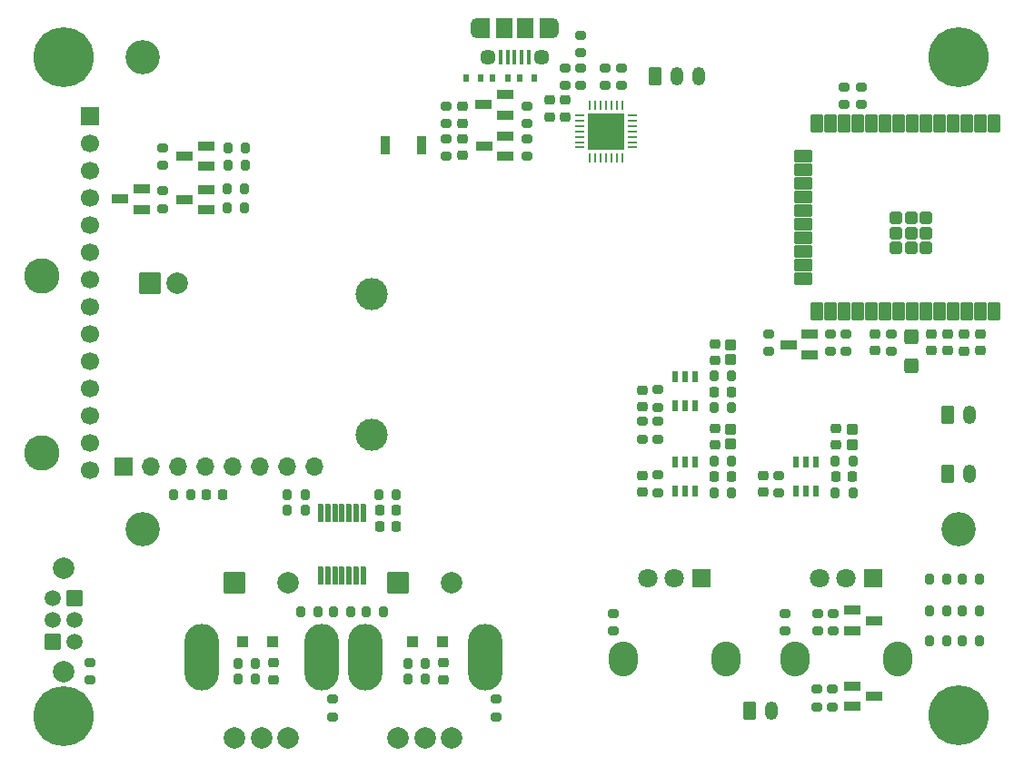
<source format=gbr>
%TF.GenerationSoftware,KiCad,Pcbnew,(6.0.11)*%
%TF.CreationDate,2024-03-19T14:29:21-04:00*%
%TF.ProjectId,Ultrasonic Sound Steering - Remote Rev. B,556c7472-6173-46f6-9e69-6320536f756e,rev?*%
%TF.SameCoordinates,Original*%
%TF.FileFunction,Soldermask,Bot*%
%TF.FilePolarity,Negative*%
%FSLAX46Y46*%
G04 Gerber Fmt 4.6, Leading zero omitted, Abs format (unit mm)*
G04 Created by KiCad (PCBNEW (6.0.11)) date 2024-03-19 14:29:21*
%MOMM*%
%LPD*%
G01*
G04 APERTURE LIST*
G04 Aperture macros list*
%AMRoundRect*
0 Rectangle with rounded corners*
0 $1 Rounding radius*
0 $2 $3 $4 $5 $6 $7 $8 $9 X,Y pos of 4 corners*
0 Add a 4 corners polygon primitive as box body*
4,1,4,$2,$3,$4,$5,$6,$7,$8,$9,$2,$3,0*
0 Add four circle primitives for the rounded corners*
1,1,$1+$1,$2,$3*
1,1,$1+$1,$4,$5*
1,1,$1+$1,$6,$7*
1,1,$1+$1,$8,$9*
0 Add four rect primitives between the rounded corners*
20,1,$1+$1,$2,$3,$4,$5,0*
20,1,$1+$1,$4,$5,$6,$7,0*
20,1,$1+$1,$6,$7,$8,$9,0*
20,1,$1+$1,$8,$9,$2,$3,0*%
G04 Aperture macros list end*
%ADD10RoundRect,0.102000X0.654000X-0.654000X0.654000X0.654000X-0.654000X0.654000X-0.654000X-0.654000X0*%
%ADD11C,1.512000*%
%ADD12RoundRect,0.102000X-0.900000X-0.900000X0.900000X-0.900000X0.900000X0.900000X-0.900000X0.900000X0*%
%ADD13C,2.004000*%
%ADD14O,3.204000X6.204000*%
%ADD15RoundRect,0.102000X-0.654000X0.654000X-0.654000X-0.654000X0.654000X-0.654000X0.654000X0.654000X0*%
%ADD16C,5.600000*%
%ADD17C,3.600000*%
%ADD18C,3.200000*%
%ADD19R,1.700000X1.700000*%
%ADD20C,1.700000*%
%ADD21R,1.800000X1.800000*%
%ADD22C,1.800000*%
%ADD23O,2.720000X3.240000*%
%ADD24R,0.600000X0.700000*%
%ADD25RoundRect,0.200000X-0.275000X0.200000X-0.275000X-0.200000X0.275000X-0.200000X0.275000X0.200000X0*%
%ADD26RoundRect,0.200000X0.275000X-0.200000X0.275000X0.200000X-0.275000X0.200000X-0.275000X-0.200000X0*%
%ADD27R,1.600200X0.863600*%
%ADD28RoundRect,0.200000X0.200000X0.275000X-0.200000X0.275000X-0.200000X-0.275000X0.200000X-0.275000X0*%
%ADD29O,1.700000X1.700000*%
%ADD30C,3.301600*%
%ADD31C,3.001600*%
%ADD32RoundRect,0.200000X-0.200000X-0.275000X0.200000X-0.275000X0.200000X0.275000X-0.200000X0.275000X0*%
%ADD33RoundRect,0.225000X-0.250000X0.225000X-0.250000X-0.225000X0.250000X-0.225000X0.250000X0.225000X0*%
%ADD34RoundRect,0.102000X0.177800X-0.736600X0.177800X0.736600X-0.177800X0.736600X-0.177800X-0.736600X0*%
%ADD35R,0.558800X0.977900*%
%ADD36RoundRect,0.250000X-0.350000X-0.625000X0.350000X-0.625000X0.350000X0.625000X-0.350000X0.625000X0*%
%ADD37O,1.200000X1.750000*%
%ADD38RoundRect,0.225000X-0.225000X-0.250000X0.225000X-0.250000X0.225000X0.250000X-0.225000X0.250000X0*%
%ADD39RoundRect,0.250000X-0.425000X0.450000X-0.425000X-0.450000X0.425000X-0.450000X0.425000X0.450000X0*%
%ADD40R,1.100000X1.100000*%
%ADD41R,0.400000X1.350000*%
%ADD42C,1.450000*%
%ADD43R,1.200000X1.900000*%
%ADD44R,1.500000X1.900000*%
%ADD45O,1.200000X1.900000*%
%ADD46RoundRect,0.225000X0.250000X-0.225000X0.250000X0.225000X-0.250000X0.225000X-0.250000X-0.225000X0*%
%ADD47RoundRect,0.102000X0.450000X-0.750000X0.450000X0.750000X-0.450000X0.750000X-0.450000X-0.750000X0*%
%ADD48RoundRect,0.102000X0.750000X-0.450000X0.750000X0.450000X-0.750000X0.450000X-0.750000X-0.450000X0*%
%ADD49RoundRect,0.102000X0.450000X-0.450000X0.450000X0.450000X-0.450000X0.450000X-0.450000X-0.450000X0*%
%ADD50RoundRect,0.250000X0.275000X-0.287500X0.275000X0.287500X-0.275000X0.287500X-0.275000X-0.287500X0*%
%ADD51RoundRect,0.062500X-0.337500X-0.062500X0.337500X-0.062500X0.337500X0.062500X-0.337500X0.062500X0*%
%ADD52RoundRect,0.062500X-0.062500X-0.337500X0.062500X-0.337500X0.062500X0.337500X-0.062500X0.337500X0*%
%ADD53R,3.350000X3.350000*%
%ADD54R,0.900000X1.700000*%
%ADD55RoundRect,0.225000X0.225000X0.250000X-0.225000X0.250000X-0.225000X-0.250000X0.225000X-0.250000X0*%
G04 APERTURE END LIST*
D10*
%TO.C,P3*%
X104530000Y-102070000D03*
D11*
X104530000Y-100070000D03*
X104530000Y-98070000D03*
X106530000Y-102070000D03*
X106530000Y-100070000D03*
X106530000Y-98070000D03*
%TD*%
D12*
%TO.C,ENC1*%
X121490000Y-96582500D03*
D13*
X126490000Y-96582500D03*
X121490000Y-111082500D03*
X126490000Y-111082500D03*
X123990000Y-111082500D03*
D14*
X118390000Y-103582500D03*
X129590000Y-103582500D03*
%TD*%
D12*
%TO.C,ENC2*%
X136730000Y-96580000D03*
D13*
X141730000Y-96580000D03*
X136730000Y-111080000D03*
X141730000Y-111080000D03*
X139230000Y-111080000D03*
D14*
X133630000Y-103580000D03*
X144830000Y-103580000D03*
%TD*%
D15*
%TO.C,SW1*%
X106530000Y-98070000D03*
D11*
X106530000Y-100070000D03*
X106530000Y-102070000D03*
X104530000Y-98070000D03*
X104530000Y-100070000D03*
X104530000Y-102070000D03*
D13*
X105530000Y-95270000D03*
X105530000Y-104870000D03*
%TD*%
D16*
%TO.C,H3*%
X188960999Y-108957999D03*
D17*
X188960999Y-108957999D03*
%TD*%
D12*
%TO.C,P1*%
X113620000Y-68650000D03*
D13*
X116160000Y-68650000D03*
%TD*%
D18*
%TO.C,P9*%
X188960999Y-91572999D03*
X112933999Y-47572999D03*
X112933999Y-91572999D03*
D17*
X188960999Y-47572999D03*
D19*
X108011999Y-53062999D03*
D20*
X108008999Y-55601999D03*
X108008999Y-58141999D03*
X108008999Y-60681999D03*
X108008999Y-63221999D03*
X108008999Y-65761999D03*
X108008999Y-68301999D03*
X108008999Y-70838999D03*
X108008999Y-73378999D03*
X108008999Y-75918999D03*
X108008999Y-78458999D03*
X108008999Y-80998999D03*
X108008999Y-83538999D03*
X108008999Y-86078999D03*
%TD*%
D16*
%TO.C,H1*%
X105539000Y-47538999D03*
D17*
X105539000Y-47538999D03*
%TD*%
D16*
%TO.C,H2*%
X105538999Y-109060999D03*
D17*
X105538999Y-109060999D03*
%TD*%
D21*
%TO.C,RV2*%
X180985400Y-96192800D03*
D22*
X178485400Y-96192800D03*
X175985400Y-96192800D03*
D23*
X173685400Y-103692800D03*
X183285400Y-103692800D03*
%TD*%
D21*
%TO.C,RV1*%
X164985400Y-96175000D03*
D22*
X162485400Y-96175000D03*
X159985400Y-96175000D03*
D23*
X157685400Y-103675000D03*
X167285400Y-103675000D03*
%TD*%
D16*
%TO.C,*%
X188960999Y-47572999D03*
%TD*%
D24*
%TO.C,D8*%
X145535000Y-49550000D03*
X146935000Y-49550000D03*
%TD*%
D25*
%TO.C,R24*%
X177300000Y-99475000D03*
X177300000Y-101125000D03*
%TD*%
D26*
%TO.C,R12*%
X153720000Y-50225000D03*
X153720000Y-48575000D03*
%TD*%
D27*
%TO.C,Q6*%
X118815500Y-55874999D03*
X118815500Y-57775001D03*
X116804500Y-56825000D03*
%TD*%
D28*
%TO.C,R3*%
X117434970Y-88389962D03*
X115784970Y-88389962D03*
%TD*%
D19*
%TO.C,P2*%
X111172114Y-85786461D03*
D29*
X113712114Y-85786461D03*
X116252114Y-85786461D03*
X118792114Y-85786461D03*
X121332114Y-85786461D03*
X123872114Y-85786461D03*
X126412114Y-85786461D03*
X128952114Y-85786461D03*
D30*
X103552114Y-84517861D03*
X103552114Y-68007861D03*
D31*
X134286114Y-69692861D03*
X134286114Y-82832861D03*
%TD*%
D32*
%TO.C,R70*%
X166150000Y-85230000D03*
X167800000Y-85230000D03*
%TD*%
D33*
%TO.C,C14*%
X142735000Y-55215000D03*
X142735000Y-56765000D03*
%TD*%
D27*
%TO.C,Q4*%
X179025000Y-108125002D03*
X179025000Y-106225000D03*
X181036000Y-107175001D03*
%TD*%
D28*
%TO.C,R61*%
X123440000Y-105605000D03*
X121790000Y-105605000D03*
%TD*%
D32*
%TO.C,R62*%
X121790000Y-104130000D03*
X123440000Y-104130000D03*
%TD*%
D34*
%TO.C,U3*%
X133455800Y-95921000D03*
X132795400Y-95921000D03*
X132160400Y-95921000D03*
X131500000Y-95921000D03*
X130839600Y-95921000D03*
X130204600Y-95921000D03*
X129544200Y-95921000D03*
X129544200Y-90079000D03*
X130204600Y-90079000D03*
X130839600Y-90079000D03*
X131500000Y-90079000D03*
X132160400Y-90079000D03*
X132795400Y-90079000D03*
X133455800Y-90079000D03*
%TD*%
D25*
%TO.C,R2*%
X130610000Y-107470000D03*
X130610000Y-109120000D03*
%TD*%
D26*
%TO.C,R11*%
X153720000Y-47165000D03*
X153720000Y-45515000D03*
%TD*%
D27*
%TO.C,Q8*%
X112820500Y-59875000D03*
X112820500Y-61775002D03*
X110809500Y-60825001D03*
%TD*%
D25*
%TO.C,R35*%
X177165500Y-106525000D03*
X177165500Y-108175000D03*
%TD*%
D35*
%TO.C,U6*%
X164440000Y-80115250D03*
X163489999Y-80115250D03*
X162539998Y-80115250D03*
X162539998Y-77384750D03*
X163489999Y-77384750D03*
X164440000Y-77384750D03*
%TD*%
D25*
%TO.C,R60*%
X114820500Y-60050000D03*
X114820500Y-61700000D03*
%TD*%
D27*
%TO.C,Q3*%
X146730500Y-54939999D03*
X146730500Y-56840001D03*
X144719500Y-55890000D03*
%TD*%
D26*
%TO.C,R25*%
X175825000Y-101125000D03*
X175825000Y-99475000D03*
%TD*%
%TO.C,R68*%
X160960000Y-88205000D03*
X160960000Y-86555000D03*
%TD*%
%TO.C,R41*%
X171220000Y-75020000D03*
X171220000Y-73370000D03*
%TD*%
D32*
%TO.C,R15*%
X127650000Y-99320000D03*
X129300000Y-99320000D03*
%TD*%
D35*
%TO.C,U7*%
X175700001Y-88065250D03*
X174750000Y-88065250D03*
X173799999Y-88065250D03*
X173799999Y-85334750D03*
X174750000Y-85334750D03*
X175700001Y-85334750D03*
%TD*%
D36*
%TO.C,P8*%
X169490000Y-108510000D03*
D37*
X171490000Y-108510000D03*
%TD*%
D38*
%TO.C,C39*%
X177495000Y-86710000D03*
X179045000Y-86710000D03*
%TD*%
D33*
%TO.C,C29*%
X159499999Y-78630000D03*
X159499999Y-80180000D03*
%TD*%
D28*
%TO.C,R14*%
X132335000Y-99320000D03*
X130685000Y-99320000D03*
%TD*%
D27*
%TO.C,Q7*%
X118826000Y-59924999D03*
X118826000Y-61825001D03*
X116815000Y-60875000D03*
%TD*%
D25*
%TO.C,R67*%
X160960000Y-81570000D03*
X160960000Y-83220000D03*
%TD*%
%TO.C,R44*%
X178490000Y-73370000D03*
X178490000Y-75020000D03*
%TD*%
D24*
%TO.C,D5*%
X143035000Y-49550000D03*
X144435000Y-49550000D03*
%TD*%
D39*
%TO.C,C27*%
X184540000Y-73660000D03*
X184540000Y-76360000D03*
%TD*%
D28*
%TO.C,R55*%
X122445500Y-61675000D03*
X120795500Y-61675000D03*
%TD*%
D40*
%TO.C,D17*%
X125012500Y-102130000D03*
X122212500Y-102130000D03*
%TD*%
D36*
%TO.C,P4*%
X187970000Y-86480000D03*
D37*
X189970000Y-86480000D03*
%TD*%
D26*
%TO.C,R26*%
X148705000Y-53775000D03*
X148705000Y-52125000D03*
%TD*%
%TO.C,R50*%
X179860000Y-52000000D03*
X179860000Y-50350000D03*
%TD*%
D28*
%TO.C,R39*%
X139262500Y-105586250D03*
X137612500Y-105586250D03*
%TD*%
%TO.C,R53*%
X122505500Y-56025000D03*
X120855500Y-56025000D03*
%TD*%
D26*
%TO.C,R27*%
X148715000Y-56815000D03*
X148715000Y-55165000D03*
%TD*%
D25*
%TO.C,R28*%
X141205000Y-52135000D03*
X141205000Y-53785000D03*
%TD*%
D41*
%TO.C,P6*%
X146285000Y-47582500D03*
X146935000Y-47582500D03*
X147585000Y-47582500D03*
X148235000Y-47582500D03*
X148885000Y-47582500D03*
D42*
X150085000Y-47582500D03*
D43*
X150485000Y-44882500D03*
D44*
X146585000Y-44882500D03*
D43*
X144685000Y-44882500D03*
D45*
X151085000Y-44882500D03*
D42*
X145085000Y-47582500D03*
D45*
X144085000Y-44882500D03*
D44*
X148585000Y-44882500D03*
%TD*%
D46*
%TO.C,C25*%
X186400000Y-74965000D03*
X186400000Y-73415000D03*
%TD*%
D47*
%TO.C,U4*%
X192240000Y-71245000D03*
X190970000Y-71245000D03*
X189700000Y-71245000D03*
X188430000Y-71245000D03*
X187160000Y-71245000D03*
X185890000Y-71245000D03*
X184620000Y-71245000D03*
X183350000Y-71245000D03*
X182080000Y-71245000D03*
X180810000Y-71245000D03*
X179540000Y-71245000D03*
X178270000Y-71245000D03*
X177000000Y-71245000D03*
X175730000Y-71245000D03*
D48*
X174480000Y-68210000D03*
X174480000Y-66940000D03*
X174480000Y-65670000D03*
X174480000Y-64400000D03*
X174480000Y-63130000D03*
X174480000Y-61860000D03*
X174480000Y-60590000D03*
X174480000Y-59320000D03*
X174480000Y-58050000D03*
X174480000Y-56780000D03*
D47*
X175730000Y-53745000D03*
X177000000Y-53745000D03*
X178270000Y-53745000D03*
X179540000Y-53745000D03*
X180810000Y-53745000D03*
X182080000Y-53745000D03*
X183350000Y-53745000D03*
X184620000Y-53745000D03*
X185890000Y-53745000D03*
X187160000Y-53745000D03*
X188430000Y-53745000D03*
X189700000Y-53745000D03*
X190970000Y-53745000D03*
X192240000Y-53745000D03*
D49*
X185920000Y-65395000D03*
X185920000Y-63995000D03*
X185920000Y-62595000D03*
X184520000Y-65395000D03*
X184520000Y-63995000D03*
X184520000Y-62595000D03*
X183120000Y-65395000D03*
X183120000Y-63995000D03*
X183120000Y-62595000D03*
%TD*%
D28*
%TO.C,R57*%
X122445500Y-59875000D03*
X120795500Y-59875000D03*
%TD*%
%TO.C,R51*%
X122505500Y-57625000D03*
X120855500Y-57625000D03*
%TD*%
D50*
%TO.C,C34*%
X167730000Y-75802500D03*
X167730000Y-74377500D03*
%TD*%
D26*
%TO.C,R38*%
X182680000Y-75015000D03*
X182680000Y-73365000D03*
%TD*%
D28*
%TO.C,R17*%
X128050000Y-89850000D03*
X126400000Y-89850000D03*
%TD*%
D38*
%TO.C,C1*%
X118809970Y-88389962D03*
X120359970Y-88389962D03*
%TD*%
D28*
%TO.C,R10*%
X187880000Y-96270000D03*
X186230000Y-96270000D03*
%TD*%
%TO.C,R22*%
X190930000Y-99220000D03*
X189280000Y-99220000D03*
%TD*%
%TO.C,R31*%
X187870000Y-101990000D03*
X186220000Y-101990000D03*
%TD*%
D51*
%TO.C,U2*%
X153655000Y-56000000D03*
X153655000Y-55500000D03*
X153655000Y-55000000D03*
X153655000Y-54500000D03*
X153655000Y-54000000D03*
X153655000Y-53500000D03*
X153655000Y-53000000D03*
D52*
X154605000Y-52050000D03*
X155105000Y-52050000D03*
X155605000Y-52050000D03*
X156105000Y-52050000D03*
X156605000Y-52050000D03*
X157105000Y-52050000D03*
X157605000Y-52050000D03*
D51*
X158555000Y-53000000D03*
X158555000Y-53500000D03*
X158555000Y-54000000D03*
X158555000Y-54500000D03*
X158555000Y-55000000D03*
X158555000Y-55500000D03*
X158555000Y-56000000D03*
D52*
X157605000Y-56950000D03*
X157105000Y-56950000D03*
X156605000Y-56950000D03*
X156105000Y-56950000D03*
X155605000Y-56950000D03*
X155105000Y-56950000D03*
X154605000Y-56950000D03*
D53*
X156105000Y-54500000D03*
%TD*%
D46*
%TO.C,C41*%
X177520000Y-83760000D03*
X177520000Y-82210000D03*
%TD*%
D32*
%TO.C,R72*%
X166155000Y-88190000D03*
X167805000Y-88190000D03*
%TD*%
D26*
%TO.C,R5*%
X156810000Y-101125000D03*
X156810000Y-99475000D03*
%TD*%
D36*
%TO.C,P7*%
X187970000Y-80980000D03*
D37*
X189970000Y-80980000D03*
%TD*%
D26*
%TO.C,R49*%
X178290000Y-52000000D03*
X178290000Y-50350000D03*
%TD*%
%TO.C,R16*%
X152270000Y-50225000D03*
X152270000Y-48575000D03*
%TD*%
D50*
%TO.C,C40*%
X179020000Y-83697500D03*
X179020000Y-82272500D03*
%TD*%
D28*
%TO.C,R30*%
X190930000Y-101990000D03*
X189280000Y-101990000D03*
%TD*%
D26*
%TO.C,R58*%
X114820000Y-57675000D03*
X114820000Y-56025000D03*
%TD*%
D33*
%TO.C,C19*%
X140927500Y-104086250D03*
X140927500Y-105636250D03*
%TD*%
D26*
%TO.C,R21*%
X157515000Y-50245000D03*
X157515000Y-48595000D03*
%TD*%
D28*
%TO.C,R13*%
X135375000Y-99320000D03*
X133725000Y-99320000D03*
%TD*%
D24*
%TO.C,D6*%
X149435000Y-49550000D03*
X148035000Y-49550000D03*
%TD*%
D27*
%TO.C,Q1*%
X179030000Y-101070001D03*
X179030000Y-99169999D03*
X181041000Y-100120000D03*
%TD*%
D28*
%TO.C,R23*%
X187875000Y-99220000D03*
X186225000Y-99220000D03*
%TD*%
D46*
%TO.C,C18*%
X181140000Y-74965000D03*
X181140000Y-73415000D03*
%TD*%
D25*
%TO.C,R1*%
X108050000Y-104030000D03*
X108050000Y-105680000D03*
%TD*%
D36*
%TO.C,P5*%
X160700000Y-49350000D03*
D37*
X162700000Y-49350000D03*
X164700000Y-49350000D03*
%TD*%
D32*
%TO.C,R78*%
X177445000Y-88190000D03*
X179095000Y-88190000D03*
%TD*%
D33*
%TO.C,C11*%
X152275000Y-51580000D03*
X152275000Y-53130000D03*
%TD*%
%TO.C,C16*%
X142735000Y-52185000D03*
X142735000Y-53735000D03*
%TD*%
D32*
%TO.C,R71*%
X166155000Y-77320000D03*
X167805000Y-77320000D03*
%TD*%
D26*
%TO.C,R43*%
X177010000Y-75020000D03*
X177010000Y-73370000D03*
%TD*%
D46*
%TO.C,C35*%
X166230000Y-75864999D03*
X166230000Y-74314999D03*
%TD*%
D25*
%TO.C,R4*%
X145850000Y-107480000D03*
X145850000Y-109130000D03*
%TD*%
D46*
%TO.C,C24*%
X187930000Y-74965000D03*
X187930000Y-73415000D03*
%TD*%
D28*
%TO.C,R9*%
X190931831Y-96270000D03*
X189281831Y-96270000D03*
%TD*%
D35*
%TO.C,U5*%
X164440001Y-88060001D03*
X163490000Y-88060001D03*
X162539999Y-88060001D03*
X162539999Y-85329501D03*
X163490000Y-85329501D03*
X164440001Y-85329501D03*
%TD*%
D38*
%TO.C,C31*%
X166205000Y-78780000D03*
X167755000Y-78780000D03*
%TD*%
D33*
%TO.C,C10*%
X150815000Y-51580000D03*
X150815000Y-53130000D03*
%TD*%
D26*
%TO.C,R36*%
X175705500Y-108175000D03*
X175705500Y-106525000D03*
%TD*%
D54*
%TO.C,SW3*%
X138950000Y-55830000D03*
X135550000Y-55830000D03*
%TD*%
D28*
%TO.C,R19*%
X128050000Y-88390000D03*
X126400000Y-88390000D03*
%TD*%
D26*
%TO.C,R69*%
X160960000Y-80230000D03*
X160960000Y-78580000D03*
%TD*%
D33*
%TO.C,C26*%
X125090000Y-104080000D03*
X125090000Y-105630000D03*
%TD*%
D26*
%TO.C,R66*%
X159490000Y-83220001D03*
X159490000Y-81570001D03*
%TD*%
D46*
%TO.C,C22*%
X190987500Y-74960000D03*
X190987500Y-73410000D03*
%TD*%
D32*
%TO.C,R20*%
X134935000Y-88390000D03*
X136585000Y-88390000D03*
%TD*%
D25*
%TO.C,R29*%
X141205000Y-55180000D03*
X141205000Y-56830000D03*
%TD*%
D32*
%TO.C,R73*%
X166155000Y-80240000D03*
X167805000Y-80240000D03*
%TD*%
D27*
%TO.C,Q5*%
X175106000Y-73444998D03*
X175106000Y-75345000D03*
X173095000Y-74394999D03*
%TD*%
D46*
%TO.C,C33*%
X166230000Y-83750000D03*
X166230000Y-82200000D03*
%TD*%
D27*
%TO.C,Q2*%
X146720500Y-51069999D03*
X146720500Y-52970001D03*
X144709500Y-52020000D03*
%TD*%
D33*
%TO.C,C38*%
X170750000Y-86625000D03*
X170750000Y-88175000D03*
%TD*%
D25*
%TO.C,R18*%
X156055000Y-48590000D03*
X156055000Y-50240000D03*
%TD*%
D46*
%TO.C,C23*%
X189457500Y-74970000D03*
X189457500Y-73420000D03*
%TD*%
D50*
%TO.C,C32*%
X167720000Y-83687500D03*
X167720000Y-82262500D03*
%TD*%
D33*
%TO.C,C28*%
X159485532Y-86600000D03*
X159485532Y-88150000D03*
%TD*%
D26*
%TO.C,R76*%
X172210000Y-88225000D03*
X172210000Y-86575000D03*
%TD*%
D32*
%TO.C,R40*%
X137627500Y-104136250D03*
X139277500Y-104136250D03*
%TD*%
D40*
%TO.C,D14*%
X140850000Y-102121250D03*
X138050000Y-102121250D03*
%TD*%
D55*
%TO.C,C12*%
X136535000Y-91330000D03*
X134985000Y-91330000D03*
%TD*%
D38*
%TO.C,C30*%
X166205000Y-86690000D03*
X167755000Y-86690000D03*
%TD*%
%TO.C,C13*%
X134985000Y-89850000D03*
X136535000Y-89850000D03*
%TD*%
D26*
%TO.C,R6*%
X172810000Y-101125000D03*
X172810000Y-99475000D03*
%TD*%
D32*
%TO.C,R77*%
X177445000Y-85230000D03*
X179095000Y-85230000D03*
%TD*%
M02*

</source>
